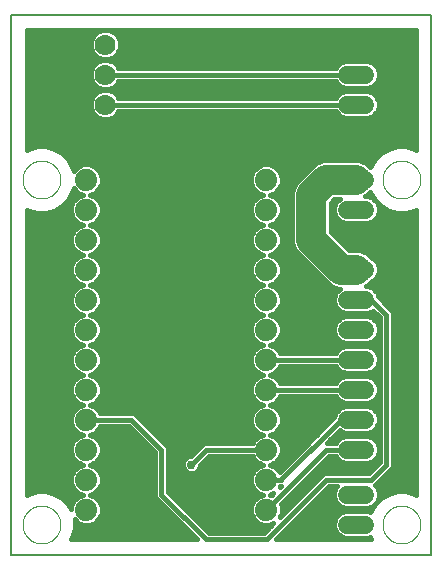
<source format=gtl>
G75*
%MOIN*%
%OFA0B0*%
%FSLAX25Y25*%
%IPPOS*%
%LPD*%
%AMOC8*
5,1,8,0,0,1.08239X$1,22.5*
%
%ADD10C,0.00600*%
%ADD11C,0.00000*%
%ADD12C,0.07400*%
%ADD13C,0.06000*%
%ADD14C,0.07000*%
%ADD15C,0.01600*%
%ADD16C,0.02978*%
%ADD17C,0.10000*%
D10*
X0001800Y0006250D02*
X0001800Y0186250D01*
X0141800Y0186250D01*
X0141800Y0006250D01*
X0001800Y0006250D01*
D11*
X0005500Y0016250D02*
X0005502Y0016408D01*
X0005508Y0016567D01*
X0005518Y0016725D01*
X0005532Y0016882D01*
X0005550Y0017040D01*
X0005571Y0017196D01*
X0005597Y0017353D01*
X0005627Y0017508D01*
X0005660Y0017663D01*
X0005698Y0017817D01*
X0005739Y0017970D01*
X0005784Y0018121D01*
X0005833Y0018272D01*
X0005886Y0018421D01*
X0005942Y0018569D01*
X0006003Y0018716D01*
X0006066Y0018861D01*
X0006134Y0019004D01*
X0006205Y0019145D01*
X0006279Y0019285D01*
X0006357Y0019423D01*
X0006439Y0019559D01*
X0006524Y0019692D01*
X0006612Y0019824D01*
X0006703Y0019953D01*
X0006798Y0020080D01*
X0006896Y0020204D01*
X0006997Y0020326D01*
X0007101Y0020446D01*
X0007207Y0020563D01*
X0007317Y0020677D01*
X0007430Y0020788D01*
X0007545Y0020896D01*
X0007664Y0021002D01*
X0007784Y0021104D01*
X0007907Y0021204D01*
X0008033Y0021300D01*
X0008161Y0021393D01*
X0008292Y0021483D01*
X0008424Y0021569D01*
X0008559Y0021652D01*
X0008696Y0021732D01*
X0008835Y0021808D01*
X0008975Y0021881D01*
X0009118Y0021950D01*
X0009262Y0022016D01*
X0009407Y0022078D01*
X0009555Y0022136D01*
X0009703Y0022191D01*
X0009853Y0022242D01*
X0010004Y0022289D01*
X0010157Y0022332D01*
X0010310Y0022371D01*
X0010464Y0022407D01*
X0010619Y0022438D01*
X0010775Y0022466D01*
X0010932Y0022490D01*
X0011089Y0022510D01*
X0011247Y0022526D01*
X0011404Y0022538D01*
X0011563Y0022546D01*
X0011721Y0022550D01*
X0011879Y0022550D01*
X0012037Y0022546D01*
X0012196Y0022538D01*
X0012353Y0022526D01*
X0012511Y0022510D01*
X0012668Y0022490D01*
X0012825Y0022466D01*
X0012981Y0022438D01*
X0013136Y0022407D01*
X0013290Y0022371D01*
X0013443Y0022332D01*
X0013596Y0022289D01*
X0013747Y0022242D01*
X0013897Y0022191D01*
X0014045Y0022136D01*
X0014193Y0022078D01*
X0014338Y0022016D01*
X0014482Y0021950D01*
X0014625Y0021881D01*
X0014765Y0021808D01*
X0014904Y0021732D01*
X0015041Y0021652D01*
X0015176Y0021569D01*
X0015308Y0021483D01*
X0015439Y0021393D01*
X0015567Y0021300D01*
X0015693Y0021204D01*
X0015816Y0021104D01*
X0015936Y0021002D01*
X0016055Y0020896D01*
X0016170Y0020788D01*
X0016283Y0020677D01*
X0016393Y0020563D01*
X0016499Y0020446D01*
X0016603Y0020326D01*
X0016704Y0020204D01*
X0016802Y0020080D01*
X0016897Y0019953D01*
X0016988Y0019824D01*
X0017076Y0019692D01*
X0017161Y0019559D01*
X0017243Y0019423D01*
X0017321Y0019285D01*
X0017395Y0019145D01*
X0017466Y0019004D01*
X0017534Y0018861D01*
X0017597Y0018716D01*
X0017658Y0018569D01*
X0017714Y0018421D01*
X0017767Y0018272D01*
X0017816Y0018121D01*
X0017861Y0017970D01*
X0017902Y0017817D01*
X0017940Y0017663D01*
X0017973Y0017508D01*
X0018003Y0017353D01*
X0018029Y0017196D01*
X0018050Y0017040D01*
X0018068Y0016882D01*
X0018082Y0016725D01*
X0018092Y0016567D01*
X0018098Y0016408D01*
X0018100Y0016250D01*
X0018098Y0016092D01*
X0018092Y0015933D01*
X0018082Y0015775D01*
X0018068Y0015618D01*
X0018050Y0015460D01*
X0018029Y0015304D01*
X0018003Y0015147D01*
X0017973Y0014992D01*
X0017940Y0014837D01*
X0017902Y0014683D01*
X0017861Y0014530D01*
X0017816Y0014379D01*
X0017767Y0014228D01*
X0017714Y0014079D01*
X0017658Y0013931D01*
X0017597Y0013784D01*
X0017534Y0013639D01*
X0017466Y0013496D01*
X0017395Y0013355D01*
X0017321Y0013215D01*
X0017243Y0013077D01*
X0017161Y0012941D01*
X0017076Y0012808D01*
X0016988Y0012676D01*
X0016897Y0012547D01*
X0016802Y0012420D01*
X0016704Y0012296D01*
X0016603Y0012174D01*
X0016499Y0012054D01*
X0016393Y0011937D01*
X0016283Y0011823D01*
X0016170Y0011712D01*
X0016055Y0011604D01*
X0015936Y0011498D01*
X0015816Y0011396D01*
X0015693Y0011296D01*
X0015567Y0011200D01*
X0015439Y0011107D01*
X0015308Y0011017D01*
X0015176Y0010931D01*
X0015041Y0010848D01*
X0014904Y0010768D01*
X0014765Y0010692D01*
X0014625Y0010619D01*
X0014482Y0010550D01*
X0014338Y0010484D01*
X0014193Y0010422D01*
X0014045Y0010364D01*
X0013897Y0010309D01*
X0013747Y0010258D01*
X0013596Y0010211D01*
X0013443Y0010168D01*
X0013290Y0010129D01*
X0013136Y0010093D01*
X0012981Y0010062D01*
X0012825Y0010034D01*
X0012668Y0010010D01*
X0012511Y0009990D01*
X0012353Y0009974D01*
X0012196Y0009962D01*
X0012037Y0009954D01*
X0011879Y0009950D01*
X0011721Y0009950D01*
X0011563Y0009954D01*
X0011404Y0009962D01*
X0011247Y0009974D01*
X0011089Y0009990D01*
X0010932Y0010010D01*
X0010775Y0010034D01*
X0010619Y0010062D01*
X0010464Y0010093D01*
X0010310Y0010129D01*
X0010157Y0010168D01*
X0010004Y0010211D01*
X0009853Y0010258D01*
X0009703Y0010309D01*
X0009555Y0010364D01*
X0009407Y0010422D01*
X0009262Y0010484D01*
X0009118Y0010550D01*
X0008975Y0010619D01*
X0008835Y0010692D01*
X0008696Y0010768D01*
X0008559Y0010848D01*
X0008424Y0010931D01*
X0008292Y0011017D01*
X0008161Y0011107D01*
X0008033Y0011200D01*
X0007907Y0011296D01*
X0007784Y0011396D01*
X0007664Y0011498D01*
X0007545Y0011604D01*
X0007430Y0011712D01*
X0007317Y0011823D01*
X0007207Y0011937D01*
X0007101Y0012054D01*
X0006997Y0012174D01*
X0006896Y0012296D01*
X0006798Y0012420D01*
X0006703Y0012547D01*
X0006612Y0012676D01*
X0006524Y0012808D01*
X0006439Y0012941D01*
X0006357Y0013077D01*
X0006279Y0013215D01*
X0006205Y0013355D01*
X0006134Y0013496D01*
X0006066Y0013639D01*
X0006003Y0013784D01*
X0005942Y0013931D01*
X0005886Y0014079D01*
X0005833Y0014228D01*
X0005784Y0014379D01*
X0005739Y0014530D01*
X0005698Y0014683D01*
X0005660Y0014837D01*
X0005627Y0014992D01*
X0005597Y0015147D01*
X0005571Y0015304D01*
X0005550Y0015460D01*
X0005532Y0015618D01*
X0005518Y0015775D01*
X0005508Y0015933D01*
X0005502Y0016092D01*
X0005500Y0016250D01*
X0005500Y0131250D02*
X0005502Y0131408D01*
X0005508Y0131567D01*
X0005518Y0131725D01*
X0005532Y0131882D01*
X0005550Y0132040D01*
X0005571Y0132196D01*
X0005597Y0132353D01*
X0005627Y0132508D01*
X0005660Y0132663D01*
X0005698Y0132817D01*
X0005739Y0132970D01*
X0005784Y0133121D01*
X0005833Y0133272D01*
X0005886Y0133421D01*
X0005942Y0133569D01*
X0006003Y0133716D01*
X0006066Y0133861D01*
X0006134Y0134004D01*
X0006205Y0134145D01*
X0006279Y0134285D01*
X0006357Y0134423D01*
X0006439Y0134559D01*
X0006524Y0134692D01*
X0006612Y0134824D01*
X0006703Y0134953D01*
X0006798Y0135080D01*
X0006896Y0135204D01*
X0006997Y0135326D01*
X0007101Y0135446D01*
X0007207Y0135563D01*
X0007317Y0135677D01*
X0007430Y0135788D01*
X0007545Y0135896D01*
X0007664Y0136002D01*
X0007784Y0136104D01*
X0007907Y0136204D01*
X0008033Y0136300D01*
X0008161Y0136393D01*
X0008292Y0136483D01*
X0008424Y0136569D01*
X0008559Y0136652D01*
X0008696Y0136732D01*
X0008835Y0136808D01*
X0008975Y0136881D01*
X0009118Y0136950D01*
X0009262Y0137016D01*
X0009407Y0137078D01*
X0009555Y0137136D01*
X0009703Y0137191D01*
X0009853Y0137242D01*
X0010004Y0137289D01*
X0010157Y0137332D01*
X0010310Y0137371D01*
X0010464Y0137407D01*
X0010619Y0137438D01*
X0010775Y0137466D01*
X0010932Y0137490D01*
X0011089Y0137510D01*
X0011247Y0137526D01*
X0011404Y0137538D01*
X0011563Y0137546D01*
X0011721Y0137550D01*
X0011879Y0137550D01*
X0012037Y0137546D01*
X0012196Y0137538D01*
X0012353Y0137526D01*
X0012511Y0137510D01*
X0012668Y0137490D01*
X0012825Y0137466D01*
X0012981Y0137438D01*
X0013136Y0137407D01*
X0013290Y0137371D01*
X0013443Y0137332D01*
X0013596Y0137289D01*
X0013747Y0137242D01*
X0013897Y0137191D01*
X0014045Y0137136D01*
X0014193Y0137078D01*
X0014338Y0137016D01*
X0014482Y0136950D01*
X0014625Y0136881D01*
X0014765Y0136808D01*
X0014904Y0136732D01*
X0015041Y0136652D01*
X0015176Y0136569D01*
X0015308Y0136483D01*
X0015439Y0136393D01*
X0015567Y0136300D01*
X0015693Y0136204D01*
X0015816Y0136104D01*
X0015936Y0136002D01*
X0016055Y0135896D01*
X0016170Y0135788D01*
X0016283Y0135677D01*
X0016393Y0135563D01*
X0016499Y0135446D01*
X0016603Y0135326D01*
X0016704Y0135204D01*
X0016802Y0135080D01*
X0016897Y0134953D01*
X0016988Y0134824D01*
X0017076Y0134692D01*
X0017161Y0134559D01*
X0017243Y0134423D01*
X0017321Y0134285D01*
X0017395Y0134145D01*
X0017466Y0134004D01*
X0017534Y0133861D01*
X0017597Y0133716D01*
X0017658Y0133569D01*
X0017714Y0133421D01*
X0017767Y0133272D01*
X0017816Y0133121D01*
X0017861Y0132970D01*
X0017902Y0132817D01*
X0017940Y0132663D01*
X0017973Y0132508D01*
X0018003Y0132353D01*
X0018029Y0132196D01*
X0018050Y0132040D01*
X0018068Y0131882D01*
X0018082Y0131725D01*
X0018092Y0131567D01*
X0018098Y0131408D01*
X0018100Y0131250D01*
X0018098Y0131092D01*
X0018092Y0130933D01*
X0018082Y0130775D01*
X0018068Y0130618D01*
X0018050Y0130460D01*
X0018029Y0130304D01*
X0018003Y0130147D01*
X0017973Y0129992D01*
X0017940Y0129837D01*
X0017902Y0129683D01*
X0017861Y0129530D01*
X0017816Y0129379D01*
X0017767Y0129228D01*
X0017714Y0129079D01*
X0017658Y0128931D01*
X0017597Y0128784D01*
X0017534Y0128639D01*
X0017466Y0128496D01*
X0017395Y0128355D01*
X0017321Y0128215D01*
X0017243Y0128077D01*
X0017161Y0127941D01*
X0017076Y0127808D01*
X0016988Y0127676D01*
X0016897Y0127547D01*
X0016802Y0127420D01*
X0016704Y0127296D01*
X0016603Y0127174D01*
X0016499Y0127054D01*
X0016393Y0126937D01*
X0016283Y0126823D01*
X0016170Y0126712D01*
X0016055Y0126604D01*
X0015936Y0126498D01*
X0015816Y0126396D01*
X0015693Y0126296D01*
X0015567Y0126200D01*
X0015439Y0126107D01*
X0015308Y0126017D01*
X0015176Y0125931D01*
X0015041Y0125848D01*
X0014904Y0125768D01*
X0014765Y0125692D01*
X0014625Y0125619D01*
X0014482Y0125550D01*
X0014338Y0125484D01*
X0014193Y0125422D01*
X0014045Y0125364D01*
X0013897Y0125309D01*
X0013747Y0125258D01*
X0013596Y0125211D01*
X0013443Y0125168D01*
X0013290Y0125129D01*
X0013136Y0125093D01*
X0012981Y0125062D01*
X0012825Y0125034D01*
X0012668Y0125010D01*
X0012511Y0124990D01*
X0012353Y0124974D01*
X0012196Y0124962D01*
X0012037Y0124954D01*
X0011879Y0124950D01*
X0011721Y0124950D01*
X0011563Y0124954D01*
X0011404Y0124962D01*
X0011247Y0124974D01*
X0011089Y0124990D01*
X0010932Y0125010D01*
X0010775Y0125034D01*
X0010619Y0125062D01*
X0010464Y0125093D01*
X0010310Y0125129D01*
X0010157Y0125168D01*
X0010004Y0125211D01*
X0009853Y0125258D01*
X0009703Y0125309D01*
X0009555Y0125364D01*
X0009407Y0125422D01*
X0009262Y0125484D01*
X0009118Y0125550D01*
X0008975Y0125619D01*
X0008835Y0125692D01*
X0008696Y0125768D01*
X0008559Y0125848D01*
X0008424Y0125931D01*
X0008292Y0126017D01*
X0008161Y0126107D01*
X0008033Y0126200D01*
X0007907Y0126296D01*
X0007784Y0126396D01*
X0007664Y0126498D01*
X0007545Y0126604D01*
X0007430Y0126712D01*
X0007317Y0126823D01*
X0007207Y0126937D01*
X0007101Y0127054D01*
X0006997Y0127174D01*
X0006896Y0127296D01*
X0006798Y0127420D01*
X0006703Y0127547D01*
X0006612Y0127676D01*
X0006524Y0127808D01*
X0006439Y0127941D01*
X0006357Y0128077D01*
X0006279Y0128215D01*
X0006205Y0128355D01*
X0006134Y0128496D01*
X0006066Y0128639D01*
X0006003Y0128784D01*
X0005942Y0128931D01*
X0005886Y0129079D01*
X0005833Y0129228D01*
X0005784Y0129379D01*
X0005739Y0129530D01*
X0005698Y0129683D01*
X0005660Y0129837D01*
X0005627Y0129992D01*
X0005597Y0130147D01*
X0005571Y0130304D01*
X0005550Y0130460D01*
X0005532Y0130618D01*
X0005518Y0130775D01*
X0005508Y0130933D01*
X0005502Y0131092D01*
X0005500Y0131250D01*
X0125500Y0131250D02*
X0125502Y0131408D01*
X0125508Y0131567D01*
X0125518Y0131725D01*
X0125532Y0131882D01*
X0125550Y0132040D01*
X0125571Y0132196D01*
X0125597Y0132353D01*
X0125627Y0132508D01*
X0125660Y0132663D01*
X0125698Y0132817D01*
X0125739Y0132970D01*
X0125784Y0133121D01*
X0125833Y0133272D01*
X0125886Y0133421D01*
X0125942Y0133569D01*
X0126003Y0133716D01*
X0126066Y0133861D01*
X0126134Y0134004D01*
X0126205Y0134145D01*
X0126279Y0134285D01*
X0126357Y0134423D01*
X0126439Y0134559D01*
X0126524Y0134692D01*
X0126612Y0134824D01*
X0126703Y0134953D01*
X0126798Y0135080D01*
X0126896Y0135204D01*
X0126997Y0135326D01*
X0127101Y0135446D01*
X0127207Y0135563D01*
X0127317Y0135677D01*
X0127430Y0135788D01*
X0127545Y0135896D01*
X0127664Y0136002D01*
X0127784Y0136104D01*
X0127907Y0136204D01*
X0128033Y0136300D01*
X0128161Y0136393D01*
X0128292Y0136483D01*
X0128424Y0136569D01*
X0128559Y0136652D01*
X0128696Y0136732D01*
X0128835Y0136808D01*
X0128975Y0136881D01*
X0129118Y0136950D01*
X0129262Y0137016D01*
X0129407Y0137078D01*
X0129555Y0137136D01*
X0129703Y0137191D01*
X0129853Y0137242D01*
X0130004Y0137289D01*
X0130157Y0137332D01*
X0130310Y0137371D01*
X0130464Y0137407D01*
X0130619Y0137438D01*
X0130775Y0137466D01*
X0130932Y0137490D01*
X0131089Y0137510D01*
X0131247Y0137526D01*
X0131404Y0137538D01*
X0131563Y0137546D01*
X0131721Y0137550D01*
X0131879Y0137550D01*
X0132037Y0137546D01*
X0132196Y0137538D01*
X0132353Y0137526D01*
X0132511Y0137510D01*
X0132668Y0137490D01*
X0132825Y0137466D01*
X0132981Y0137438D01*
X0133136Y0137407D01*
X0133290Y0137371D01*
X0133443Y0137332D01*
X0133596Y0137289D01*
X0133747Y0137242D01*
X0133897Y0137191D01*
X0134045Y0137136D01*
X0134193Y0137078D01*
X0134338Y0137016D01*
X0134482Y0136950D01*
X0134625Y0136881D01*
X0134765Y0136808D01*
X0134904Y0136732D01*
X0135041Y0136652D01*
X0135176Y0136569D01*
X0135308Y0136483D01*
X0135439Y0136393D01*
X0135567Y0136300D01*
X0135693Y0136204D01*
X0135816Y0136104D01*
X0135936Y0136002D01*
X0136055Y0135896D01*
X0136170Y0135788D01*
X0136283Y0135677D01*
X0136393Y0135563D01*
X0136499Y0135446D01*
X0136603Y0135326D01*
X0136704Y0135204D01*
X0136802Y0135080D01*
X0136897Y0134953D01*
X0136988Y0134824D01*
X0137076Y0134692D01*
X0137161Y0134559D01*
X0137243Y0134423D01*
X0137321Y0134285D01*
X0137395Y0134145D01*
X0137466Y0134004D01*
X0137534Y0133861D01*
X0137597Y0133716D01*
X0137658Y0133569D01*
X0137714Y0133421D01*
X0137767Y0133272D01*
X0137816Y0133121D01*
X0137861Y0132970D01*
X0137902Y0132817D01*
X0137940Y0132663D01*
X0137973Y0132508D01*
X0138003Y0132353D01*
X0138029Y0132196D01*
X0138050Y0132040D01*
X0138068Y0131882D01*
X0138082Y0131725D01*
X0138092Y0131567D01*
X0138098Y0131408D01*
X0138100Y0131250D01*
X0138098Y0131092D01*
X0138092Y0130933D01*
X0138082Y0130775D01*
X0138068Y0130618D01*
X0138050Y0130460D01*
X0138029Y0130304D01*
X0138003Y0130147D01*
X0137973Y0129992D01*
X0137940Y0129837D01*
X0137902Y0129683D01*
X0137861Y0129530D01*
X0137816Y0129379D01*
X0137767Y0129228D01*
X0137714Y0129079D01*
X0137658Y0128931D01*
X0137597Y0128784D01*
X0137534Y0128639D01*
X0137466Y0128496D01*
X0137395Y0128355D01*
X0137321Y0128215D01*
X0137243Y0128077D01*
X0137161Y0127941D01*
X0137076Y0127808D01*
X0136988Y0127676D01*
X0136897Y0127547D01*
X0136802Y0127420D01*
X0136704Y0127296D01*
X0136603Y0127174D01*
X0136499Y0127054D01*
X0136393Y0126937D01*
X0136283Y0126823D01*
X0136170Y0126712D01*
X0136055Y0126604D01*
X0135936Y0126498D01*
X0135816Y0126396D01*
X0135693Y0126296D01*
X0135567Y0126200D01*
X0135439Y0126107D01*
X0135308Y0126017D01*
X0135176Y0125931D01*
X0135041Y0125848D01*
X0134904Y0125768D01*
X0134765Y0125692D01*
X0134625Y0125619D01*
X0134482Y0125550D01*
X0134338Y0125484D01*
X0134193Y0125422D01*
X0134045Y0125364D01*
X0133897Y0125309D01*
X0133747Y0125258D01*
X0133596Y0125211D01*
X0133443Y0125168D01*
X0133290Y0125129D01*
X0133136Y0125093D01*
X0132981Y0125062D01*
X0132825Y0125034D01*
X0132668Y0125010D01*
X0132511Y0124990D01*
X0132353Y0124974D01*
X0132196Y0124962D01*
X0132037Y0124954D01*
X0131879Y0124950D01*
X0131721Y0124950D01*
X0131563Y0124954D01*
X0131404Y0124962D01*
X0131247Y0124974D01*
X0131089Y0124990D01*
X0130932Y0125010D01*
X0130775Y0125034D01*
X0130619Y0125062D01*
X0130464Y0125093D01*
X0130310Y0125129D01*
X0130157Y0125168D01*
X0130004Y0125211D01*
X0129853Y0125258D01*
X0129703Y0125309D01*
X0129555Y0125364D01*
X0129407Y0125422D01*
X0129262Y0125484D01*
X0129118Y0125550D01*
X0128975Y0125619D01*
X0128835Y0125692D01*
X0128696Y0125768D01*
X0128559Y0125848D01*
X0128424Y0125931D01*
X0128292Y0126017D01*
X0128161Y0126107D01*
X0128033Y0126200D01*
X0127907Y0126296D01*
X0127784Y0126396D01*
X0127664Y0126498D01*
X0127545Y0126604D01*
X0127430Y0126712D01*
X0127317Y0126823D01*
X0127207Y0126937D01*
X0127101Y0127054D01*
X0126997Y0127174D01*
X0126896Y0127296D01*
X0126798Y0127420D01*
X0126703Y0127547D01*
X0126612Y0127676D01*
X0126524Y0127808D01*
X0126439Y0127941D01*
X0126357Y0128077D01*
X0126279Y0128215D01*
X0126205Y0128355D01*
X0126134Y0128496D01*
X0126066Y0128639D01*
X0126003Y0128784D01*
X0125942Y0128931D01*
X0125886Y0129079D01*
X0125833Y0129228D01*
X0125784Y0129379D01*
X0125739Y0129530D01*
X0125698Y0129683D01*
X0125660Y0129837D01*
X0125627Y0129992D01*
X0125597Y0130147D01*
X0125571Y0130304D01*
X0125550Y0130460D01*
X0125532Y0130618D01*
X0125518Y0130775D01*
X0125508Y0130933D01*
X0125502Y0131092D01*
X0125500Y0131250D01*
X0125500Y0016250D02*
X0125502Y0016408D01*
X0125508Y0016567D01*
X0125518Y0016725D01*
X0125532Y0016882D01*
X0125550Y0017040D01*
X0125571Y0017196D01*
X0125597Y0017353D01*
X0125627Y0017508D01*
X0125660Y0017663D01*
X0125698Y0017817D01*
X0125739Y0017970D01*
X0125784Y0018121D01*
X0125833Y0018272D01*
X0125886Y0018421D01*
X0125942Y0018569D01*
X0126003Y0018716D01*
X0126066Y0018861D01*
X0126134Y0019004D01*
X0126205Y0019145D01*
X0126279Y0019285D01*
X0126357Y0019423D01*
X0126439Y0019559D01*
X0126524Y0019692D01*
X0126612Y0019824D01*
X0126703Y0019953D01*
X0126798Y0020080D01*
X0126896Y0020204D01*
X0126997Y0020326D01*
X0127101Y0020446D01*
X0127207Y0020563D01*
X0127317Y0020677D01*
X0127430Y0020788D01*
X0127545Y0020896D01*
X0127664Y0021002D01*
X0127784Y0021104D01*
X0127907Y0021204D01*
X0128033Y0021300D01*
X0128161Y0021393D01*
X0128292Y0021483D01*
X0128424Y0021569D01*
X0128559Y0021652D01*
X0128696Y0021732D01*
X0128835Y0021808D01*
X0128975Y0021881D01*
X0129118Y0021950D01*
X0129262Y0022016D01*
X0129407Y0022078D01*
X0129555Y0022136D01*
X0129703Y0022191D01*
X0129853Y0022242D01*
X0130004Y0022289D01*
X0130157Y0022332D01*
X0130310Y0022371D01*
X0130464Y0022407D01*
X0130619Y0022438D01*
X0130775Y0022466D01*
X0130932Y0022490D01*
X0131089Y0022510D01*
X0131247Y0022526D01*
X0131404Y0022538D01*
X0131563Y0022546D01*
X0131721Y0022550D01*
X0131879Y0022550D01*
X0132037Y0022546D01*
X0132196Y0022538D01*
X0132353Y0022526D01*
X0132511Y0022510D01*
X0132668Y0022490D01*
X0132825Y0022466D01*
X0132981Y0022438D01*
X0133136Y0022407D01*
X0133290Y0022371D01*
X0133443Y0022332D01*
X0133596Y0022289D01*
X0133747Y0022242D01*
X0133897Y0022191D01*
X0134045Y0022136D01*
X0134193Y0022078D01*
X0134338Y0022016D01*
X0134482Y0021950D01*
X0134625Y0021881D01*
X0134765Y0021808D01*
X0134904Y0021732D01*
X0135041Y0021652D01*
X0135176Y0021569D01*
X0135308Y0021483D01*
X0135439Y0021393D01*
X0135567Y0021300D01*
X0135693Y0021204D01*
X0135816Y0021104D01*
X0135936Y0021002D01*
X0136055Y0020896D01*
X0136170Y0020788D01*
X0136283Y0020677D01*
X0136393Y0020563D01*
X0136499Y0020446D01*
X0136603Y0020326D01*
X0136704Y0020204D01*
X0136802Y0020080D01*
X0136897Y0019953D01*
X0136988Y0019824D01*
X0137076Y0019692D01*
X0137161Y0019559D01*
X0137243Y0019423D01*
X0137321Y0019285D01*
X0137395Y0019145D01*
X0137466Y0019004D01*
X0137534Y0018861D01*
X0137597Y0018716D01*
X0137658Y0018569D01*
X0137714Y0018421D01*
X0137767Y0018272D01*
X0137816Y0018121D01*
X0137861Y0017970D01*
X0137902Y0017817D01*
X0137940Y0017663D01*
X0137973Y0017508D01*
X0138003Y0017353D01*
X0138029Y0017196D01*
X0138050Y0017040D01*
X0138068Y0016882D01*
X0138082Y0016725D01*
X0138092Y0016567D01*
X0138098Y0016408D01*
X0138100Y0016250D01*
X0138098Y0016092D01*
X0138092Y0015933D01*
X0138082Y0015775D01*
X0138068Y0015618D01*
X0138050Y0015460D01*
X0138029Y0015304D01*
X0138003Y0015147D01*
X0137973Y0014992D01*
X0137940Y0014837D01*
X0137902Y0014683D01*
X0137861Y0014530D01*
X0137816Y0014379D01*
X0137767Y0014228D01*
X0137714Y0014079D01*
X0137658Y0013931D01*
X0137597Y0013784D01*
X0137534Y0013639D01*
X0137466Y0013496D01*
X0137395Y0013355D01*
X0137321Y0013215D01*
X0137243Y0013077D01*
X0137161Y0012941D01*
X0137076Y0012808D01*
X0136988Y0012676D01*
X0136897Y0012547D01*
X0136802Y0012420D01*
X0136704Y0012296D01*
X0136603Y0012174D01*
X0136499Y0012054D01*
X0136393Y0011937D01*
X0136283Y0011823D01*
X0136170Y0011712D01*
X0136055Y0011604D01*
X0135936Y0011498D01*
X0135816Y0011396D01*
X0135693Y0011296D01*
X0135567Y0011200D01*
X0135439Y0011107D01*
X0135308Y0011017D01*
X0135176Y0010931D01*
X0135041Y0010848D01*
X0134904Y0010768D01*
X0134765Y0010692D01*
X0134625Y0010619D01*
X0134482Y0010550D01*
X0134338Y0010484D01*
X0134193Y0010422D01*
X0134045Y0010364D01*
X0133897Y0010309D01*
X0133747Y0010258D01*
X0133596Y0010211D01*
X0133443Y0010168D01*
X0133290Y0010129D01*
X0133136Y0010093D01*
X0132981Y0010062D01*
X0132825Y0010034D01*
X0132668Y0010010D01*
X0132511Y0009990D01*
X0132353Y0009974D01*
X0132196Y0009962D01*
X0132037Y0009954D01*
X0131879Y0009950D01*
X0131721Y0009950D01*
X0131563Y0009954D01*
X0131404Y0009962D01*
X0131247Y0009974D01*
X0131089Y0009990D01*
X0130932Y0010010D01*
X0130775Y0010034D01*
X0130619Y0010062D01*
X0130464Y0010093D01*
X0130310Y0010129D01*
X0130157Y0010168D01*
X0130004Y0010211D01*
X0129853Y0010258D01*
X0129703Y0010309D01*
X0129555Y0010364D01*
X0129407Y0010422D01*
X0129262Y0010484D01*
X0129118Y0010550D01*
X0128975Y0010619D01*
X0128835Y0010692D01*
X0128696Y0010768D01*
X0128559Y0010848D01*
X0128424Y0010931D01*
X0128292Y0011017D01*
X0128161Y0011107D01*
X0128033Y0011200D01*
X0127907Y0011296D01*
X0127784Y0011396D01*
X0127664Y0011498D01*
X0127545Y0011604D01*
X0127430Y0011712D01*
X0127317Y0011823D01*
X0127207Y0011937D01*
X0127101Y0012054D01*
X0126997Y0012174D01*
X0126896Y0012296D01*
X0126798Y0012420D01*
X0126703Y0012547D01*
X0126612Y0012676D01*
X0126524Y0012808D01*
X0126439Y0012941D01*
X0126357Y0013077D01*
X0126279Y0013215D01*
X0126205Y0013355D01*
X0126134Y0013496D01*
X0126066Y0013639D01*
X0126003Y0013784D01*
X0125942Y0013931D01*
X0125886Y0014079D01*
X0125833Y0014228D01*
X0125784Y0014379D01*
X0125739Y0014530D01*
X0125698Y0014683D01*
X0125660Y0014837D01*
X0125627Y0014992D01*
X0125597Y0015147D01*
X0125571Y0015304D01*
X0125550Y0015460D01*
X0125532Y0015618D01*
X0125518Y0015775D01*
X0125508Y0015933D01*
X0125502Y0016092D01*
X0125500Y0016250D01*
D12*
X0086800Y0021250D03*
X0086800Y0031250D03*
X0086800Y0041250D03*
X0086800Y0051250D03*
X0086800Y0061250D03*
X0086800Y0071250D03*
X0086800Y0081250D03*
X0086800Y0091250D03*
X0086800Y0101250D03*
X0086800Y0111250D03*
X0086800Y0121250D03*
X0086800Y0131250D03*
X0026800Y0131250D03*
X0026800Y0121250D03*
X0026800Y0111250D03*
X0026800Y0101250D03*
X0026800Y0091250D03*
X0026800Y0081250D03*
X0026800Y0071250D03*
X0026800Y0061250D03*
X0026800Y0051250D03*
X0026800Y0041250D03*
X0026800Y0031250D03*
X0026800Y0021250D03*
D13*
X0113800Y0016250D02*
X0119800Y0016250D01*
X0119800Y0026250D02*
X0113800Y0026250D01*
X0113800Y0041250D02*
X0119800Y0041250D01*
X0119800Y0051250D02*
X0113800Y0051250D01*
X0113800Y0061250D02*
X0119800Y0061250D01*
X0119800Y0071250D02*
X0113800Y0071250D01*
X0113800Y0081250D02*
X0119800Y0081250D01*
X0119800Y0091250D02*
X0113800Y0091250D01*
X0113800Y0101250D02*
X0119800Y0101250D01*
X0119800Y0121250D02*
X0113800Y0121250D01*
X0113800Y0131250D02*
X0119800Y0131250D01*
X0119800Y0156250D02*
X0113800Y0156250D01*
X0113800Y0166250D02*
X0119800Y0166250D01*
D14*
X0033050Y0166250D03*
X0033050Y0156250D03*
X0033050Y0176250D03*
D15*
X0036225Y0172495D02*
X0136700Y0172495D01*
X0136700Y0170897D02*
X0034636Y0170897D01*
X0034025Y0171150D02*
X0035826Y0170404D01*
X0037204Y0169026D01*
X0037442Y0168450D01*
X0109949Y0168450D01*
X0110070Y0168742D01*
X0111308Y0169980D01*
X0112925Y0170650D01*
X0120675Y0170650D01*
X0122292Y0169980D01*
X0123530Y0168742D01*
X0124200Y0167125D01*
X0124200Y0165375D01*
X0123530Y0163758D01*
X0122292Y0162520D01*
X0120675Y0161850D01*
X0112925Y0161850D01*
X0111308Y0162520D01*
X0110070Y0163758D01*
X0109949Y0164050D01*
X0037442Y0164050D01*
X0037204Y0163474D01*
X0035826Y0162096D01*
X0034025Y0161350D01*
X0032075Y0161350D01*
X0030274Y0162096D01*
X0028896Y0163474D01*
X0028150Y0165275D01*
X0028150Y0167225D01*
X0028896Y0169026D01*
X0030274Y0170404D01*
X0032075Y0171150D01*
X0034025Y0171150D01*
X0034025Y0171350D02*
X0035826Y0172096D01*
X0037204Y0173474D01*
X0037950Y0175275D01*
X0037950Y0177225D01*
X0037204Y0179026D01*
X0035826Y0180404D01*
X0034025Y0181150D01*
X0032075Y0181150D01*
X0030274Y0180404D01*
X0028896Y0179026D01*
X0028150Y0177225D01*
X0028150Y0175275D01*
X0028896Y0173474D01*
X0030274Y0172096D01*
X0032075Y0171350D01*
X0034025Y0171350D01*
X0031464Y0170897D02*
X0006900Y0170897D01*
X0006900Y0172495D02*
X0029875Y0172495D01*
X0028639Y0174094D02*
X0006900Y0174094D01*
X0006900Y0175692D02*
X0028150Y0175692D01*
X0028177Y0177291D02*
X0006900Y0177291D01*
X0006900Y0178889D02*
X0028839Y0178889D01*
X0030477Y0180488D02*
X0006900Y0180488D01*
X0006900Y0181150D02*
X0136700Y0181150D01*
X0136700Y0141238D01*
X0136084Y0141594D01*
X0133261Y0142350D01*
X0130339Y0142350D01*
X0127516Y0141594D01*
X0124984Y0140132D01*
X0122918Y0138066D01*
X0121456Y0135534D01*
X0121416Y0135385D01*
X0120125Y0136676D01*
X0117773Y0137650D01*
X0105527Y0137650D01*
X0103175Y0136676D01*
X0101374Y0134875D01*
X0096374Y0129875D01*
X0095400Y0127523D01*
X0095400Y0109977D01*
X0096374Y0107625D01*
X0098175Y0105824D01*
X0108175Y0095824D01*
X0110527Y0094850D01*
X0111177Y0094850D01*
X0110070Y0093742D01*
X0109400Y0092125D01*
X0109400Y0090375D01*
X0110070Y0088758D01*
X0111308Y0087520D01*
X0112925Y0086850D01*
X0120675Y0086850D01*
X0122292Y0087520D01*
X0122356Y0087583D01*
X0124600Y0085339D01*
X0124600Y0037161D01*
X0120889Y0033450D01*
X0105889Y0033450D01*
X0091352Y0018914D01*
X0091900Y0020236D01*
X0091900Y0022264D01*
X0091615Y0022953D01*
X0107711Y0039050D01*
X0109949Y0039050D01*
X0110070Y0038758D01*
X0111308Y0037520D01*
X0112925Y0036850D01*
X0120675Y0036850D01*
X0122292Y0037520D01*
X0123530Y0038758D01*
X0124200Y0040375D01*
X0124200Y0042125D01*
X0123530Y0043742D01*
X0122292Y0044980D01*
X0120675Y0045650D01*
X0112925Y0045650D01*
X0111308Y0044980D01*
X0110070Y0043742D01*
X0109949Y0043450D01*
X0106974Y0043450D01*
X0111176Y0047652D01*
X0111308Y0047520D01*
X0112925Y0046850D01*
X0120675Y0046850D01*
X0122292Y0047520D01*
X0123530Y0048758D01*
X0124200Y0050375D01*
X0124200Y0052125D01*
X0123530Y0053742D01*
X0122292Y0054980D01*
X0120675Y0055650D01*
X0112925Y0055650D01*
X0111308Y0054980D01*
X0110070Y0053742D01*
X0109400Y0052125D01*
X0109400Y0052098D01*
X0091216Y0033915D01*
X0091124Y0034139D01*
X0089689Y0035574D01*
X0088056Y0036250D01*
X0089689Y0036926D01*
X0091124Y0038361D01*
X0091900Y0040236D01*
X0091900Y0042264D01*
X0091124Y0044139D01*
X0089689Y0045574D01*
X0088056Y0046250D01*
X0089689Y0046926D01*
X0091124Y0048361D01*
X0091900Y0050236D01*
X0091900Y0052264D01*
X0091124Y0054139D01*
X0089689Y0055574D01*
X0088056Y0056250D01*
X0089689Y0056926D01*
X0091124Y0058361D01*
X0091409Y0059050D01*
X0109949Y0059050D01*
X0110070Y0058758D01*
X0111308Y0057520D01*
X0112925Y0056850D01*
X0120675Y0056850D01*
X0122292Y0057520D01*
X0123530Y0058758D01*
X0124200Y0060375D01*
X0124200Y0062125D01*
X0123530Y0063742D01*
X0122292Y0064980D01*
X0120675Y0065650D01*
X0112925Y0065650D01*
X0111308Y0064980D01*
X0110070Y0063742D01*
X0109949Y0063450D01*
X0091409Y0063450D01*
X0091124Y0064139D01*
X0089689Y0065574D01*
X0088056Y0066250D01*
X0089689Y0066926D01*
X0091124Y0068361D01*
X0091409Y0069050D01*
X0109949Y0069050D01*
X0110070Y0068758D01*
X0111308Y0067520D01*
X0112925Y0066850D01*
X0120675Y0066850D01*
X0122292Y0067520D01*
X0123530Y0068758D01*
X0124200Y0070375D01*
X0124200Y0072125D01*
X0123530Y0073742D01*
X0122292Y0074980D01*
X0120675Y0075650D01*
X0112925Y0075650D01*
X0111308Y0074980D01*
X0110070Y0073742D01*
X0109949Y0073450D01*
X0091409Y0073450D01*
X0091124Y0074139D01*
X0089689Y0075574D01*
X0088056Y0076250D01*
X0089689Y0076926D01*
X0091124Y0078361D01*
X0091900Y0080236D01*
X0091900Y0082264D01*
X0091124Y0084139D01*
X0089689Y0085574D01*
X0088056Y0086250D01*
X0089689Y0086926D01*
X0091124Y0088361D01*
X0091900Y0090236D01*
X0091900Y0092264D01*
X0091124Y0094139D01*
X0089689Y0095574D01*
X0088056Y0096250D01*
X0089689Y0096926D01*
X0091124Y0098361D01*
X0091900Y0100236D01*
X0091900Y0102264D01*
X0091124Y0104139D01*
X0089689Y0105574D01*
X0088056Y0106250D01*
X0089689Y0106926D01*
X0091124Y0108361D01*
X0091900Y0110236D01*
X0091900Y0112264D01*
X0091124Y0114139D01*
X0089689Y0115574D01*
X0088056Y0116250D01*
X0089689Y0116926D01*
X0091124Y0118361D01*
X0091900Y0120236D01*
X0091900Y0122264D01*
X0091124Y0124139D01*
X0089689Y0125574D01*
X0088056Y0126250D01*
X0089689Y0126926D01*
X0091124Y0128361D01*
X0091900Y0130236D01*
X0091900Y0132264D01*
X0091124Y0134139D01*
X0089689Y0135574D01*
X0087814Y0136350D01*
X0085786Y0136350D01*
X0083911Y0135574D01*
X0082476Y0134139D01*
X0081700Y0132264D01*
X0081700Y0130236D01*
X0082476Y0128361D01*
X0083911Y0126926D01*
X0085544Y0126250D01*
X0083911Y0125574D01*
X0082476Y0124139D01*
X0081700Y0122264D01*
X0081700Y0120236D01*
X0082476Y0118361D01*
X0083911Y0116926D01*
X0085544Y0116250D01*
X0083911Y0115574D01*
X0082476Y0114139D01*
X0081700Y0112264D01*
X0081700Y0110236D01*
X0082476Y0108361D01*
X0083911Y0106926D01*
X0085544Y0106250D01*
X0083911Y0105574D01*
X0082476Y0104139D01*
X0081700Y0102264D01*
X0081700Y0100236D01*
X0082476Y0098361D01*
X0083911Y0096926D01*
X0085544Y0096250D01*
X0083911Y0095574D01*
X0082476Y0094139D01*
X0081700Y0092264D01*
X0081700Y0090236D01*
X0082476Y0088361D01*
X0083911Y0086926D01*
X0085544Y0086250D01*
X0083911Y0085574D01*
X0082476Y0084139D01*
X0081700Y0082264D01*
X0081700Y0080236D01*
X0082476Y0078361D01*
X0083911Y0076926D01*
X0085544Y0076250D01*
X0083911Y0075574D01*
X0082476Y0074139D01*
X0081700Y0072264D01*
X0081700Y0070236D01*
X0082476Y0068361D01*
X0083911Y0066926D01*
X0085544Y0066250D01*
X0083911Y0065574D01*
X0082476Y0064139D01*
X0081700Y0062264D01*
X0081700Y0060236D01*
X0082476Y0058361D01*
X0083911Y0056926D01*
X0085544Y0056250D01*
X0083911Y0055574D01*
X0082476Y0054139D01*
X0081700Y0052264D01*
X0081700Y0050236D01*
X0082476Y0048361D01*
X0083911Y0046926D01*
X0085544Y0046250D01*
X0083911Y0045574D01*
X0082476Y0044139D01*
X0082191Y0043450D01*
X0065889Y0043450D01*
X0061578Y0039139D01*
X0061225Y0039139D01*
X0060164Y0038699D01*
X0059351Y0037886D01*
X0058911Y0036825D01*
X0058911Y0035675D01*
X0059351Y0034614D01*
X0060164Y0033801D01*
X0061225Y0033361D01*
X0062375Y0033361D01*
X0063436Y0033801D01*
X0064249Y0034614D01*
X0064689Y0035675D01*
X0064689Y0036028D01*
X0067711Y0039050D01*
X0082191Y0039050D01*
X0082476Y0038361D01*
X0083911Y0036926D01*
X0085544Y0036250D01*
X0083911Y0035574D01*
X0082476Y0034139D01*
X0081700Y0032264D01*
X0081700Y0030236D01*
X0082476Y0028361D01*
X0083911Y0026926D01*
X0085544Y0026250D01*
X0083911Y0025574D01*
X0082476Y0024139D01*
X0081700Y0022264D01*
X0081700Y0020236D01*
X0082476Y0018361D01*
X0083911Y0016926D01*
X0085786Y0016150D01*
X0087814Y0016150D01*
X0089136Y0016698D01*
X0085989Y0013550D01*
X0067611Y0013550D01*
X0054000Y0027161D01*
X0054000Y0042161D01*
X0042711Y0053450D01*
X0031409Y0053450D01*
X0031124Y0054139D01*
X0029689Y0055574D01*
X0028056Y0056250D01*
X0029689Y0056926D01*
X0031124Y0058361D01*
X0031900Y0060236D01*
X0031900Y0062264D01*
X0031124Y0064139D01*
X0029689Y0065574D01*
X0028056Y0066250D01*
X0029689Y0066926D01*
X0031124Y0068361D01*
X0031900Y0070236D01*
X0031900Y0072264D01*
X0031124Y0074139D01*
X0029689Y0075574D01*
X0028056Y0076250D01*
X0029689Y0076926D01*
X0031124Y0078361D01*
X0031900Y0080236D01*
X0031900Y0082264D01*
X0031124Y0084139D01*
X0029689Y0085574D01*
X0028056Y0086250D01*
X0029689Y0086926D01*
X0031124Y0088361D01*
X0031900Y0090236D01*
X0031900Y0092264D01*
X0031124Y0094139D01*
X0029689Y0095574D01*
X0028056Y0096250D01*
X0029689Y0096926D01*
X0031124Y0098361D01*
X0031900Y0100236D01*
X0031900Y0102264D01*
X0031124Y0104139D01*
X0029689Y0105574D01*
X0028056Y0106250D01*
X0029689Y0106926D01*
X0031124Y0108361D01*
X0031900Y0110236D01*
X0031900Y0112264D01*
X0031124Y0114139D01*
X0029689Y0115574D01*
X0028056Y0116250D01*
X0029689Y0116926D01*
X0031124Y0118361D01*
X0031900Y0120236D01*
X0031900Y0122264D01*
X0031124Y0124139D01*
X0029689Y0125574D01*
X0028056Y0126250D01*
X0029689Y0126926D01*
X0031124Y0128361D01*
X0031900Y0130236D01*
X0031900Y0132264D01*
X0031124Y0134139D01*
X0029689Y0135574D01*
X0027814Y0136350D01*
X0025786Y0136350D01*
X0023911Y0135574D01*
X0022509Y0134171D01*
X0022144Y0135534D01*
X0020682Y0138066D01*
X0018616Y0140132D01*
X0016084Y0141594D01*
X0013261Y0142350D01*
X0010339Y0142350D01*
X0007516Y0141594D01*
X0006900Y0141238D01*
X0006900Y0181150D01*
X0006900Y0169298D02*
X0029169Y0169298D01*
X0028347Y0167700D02*
X0006900Y0167700D01*
X0006900Y0166101D02*
X0028150Y0166101D01*
X0028470Y0164503D02*
X0006900Y0164503D01*
X0006900Y0162904D02*
X0029466Y0162904D01*
X0030274Y0160404D02*
X0028896Y0159026D01*
X0028150Y0157225D01*
X0028150Y0155275D01*
X0028896Y0153474D01*
X0030274Y0152096D01*
X0032075Y0151350D01*
X0034025Y0151350D01*
X0035826Y0152096D01*
X0037204Y0153474D01*
X0037442Y0154050D01*
X0109949Y0154050D01*
X0110070Y0153758D01*
X0111308Y0152520D01*
X0112925Y0151850D01*
X0120675Y0151850D01*
X0122292Y0152520D01*
X0123530Y0153758D01*
X0124200Y0155375D01*
X0124200Y0157125D01*
X0123530Y0158742D01*
X0122292Y0159980D01*
X0120675Y0160650D01*
X0112925Y0160650D01*
X0111308Y0159980D01*
X0110070Y0158742D01*
X0109949Y0158450D01*
X0037442Y0158450D01*
X0037204Y0159026D01*
X0035826Y0160404D01*
X0034025Y0161150D01*
X0032075Y0161150D01*
X0030274Y0160404D01*
X0029577Y0159707D02*
X0006900Y0159707D01*
X0006900Y0158109D02*
X0028516Y0158109D01*
X0028150Y0156510D02*
X0006900Y0156510D01*
X0006900Y0154912D02*
X0028301Y0154912D01*
X0029057Y0153313D02*
X0006900Y0153313D01*
X0006900Y0151715D02*
X0031195Y0151715D01*
X0034905Y0151715D02*
X0136700Y0151715D01*
X0136700Y0153313D02*
X0123086Y0153313D01*
X0124008Y0154912D02*
X0136700Y0154912D01*
X0136700Y0156510D02*
X0124200Y0156510D01*
X0123793Y0158109D02*
X0136700Y0158109D01*
X0136700Y0159707D02*
X0122565Y0159707D01*
X0122677Y0162904D02*
X0136700Y0162904D01*
X0136700Y0161306D02*
X0006900Y0161306D01*
X0006900Y0150116D02*
X0136700Y0150116D01*
X0136700Y0148518D02*
X0006900Y0148518D01*
X0006900Y0146919D02*
X0136700Y0146919D01*
X0136700Y0145320D02*
X0006900Y0145320D01*
X0006900Y0143722D02*
X0136700Y0143722D01*
X0136700Y0142123D02*
X0134107Y0142123D01*
X0129493Y0142123D02*
X0014107Y0142123D01*
X0017935Y0140525D02*
X0125665Y0140525D01*
X0123779Y0138926D02*
X0019821Y0138926D01*
X0021108Y0137328D02*
X0104749Y0137328D01*
X0102228Y0135729D02*
X0089313Y0135729D01*
X0091127Y0134131D02*
X0100630Y0134131D01*
X0099031Y0132532D02*
X0091789Y0132532D01*
X0091900Y0130934D02*
X0097433Y0130934D01*
X0096151Y0129335D02*
X0091527Y0129335D01*
X0090499Y0127737D02*
X0095489Y0127737D01*
X0095400Y0126138D02*
X0088325Y0126138D01*
X0090723Y0124540D02*
X0095400Y0124540D01*
X0095400Y0122941D02*
X0091620Y0122941D01*
X0091900Y0121343D02*
X0095400Y0121343D01*
X0095400Y0119744D02*
X0091697Y0119744D01*
X0090908Y0118146D02*
X0095400Y0118146D01*
X0095400Y0116547D02*
X0088774Y0116547D01*
X0090314Y0114949D02*
X0095400Y0114949D01*
X0095400Y0113350D02*
X0091450Y0113350D01*
X0091900Y0111752D02*
X0095400Y0111752D01*
X0095400Y0110153D02*
X0091866Y0110153D01*
X0091204Y0108555D02*
X0095989Y0108555D01*
X0097043Y0106956D02*
X0089719Y0106956D01*
X0089905Y0105358D02*
X0098641Y0105358D01*
X0100240Y0103759D02*
X0091281Y0103759D01*
X0091900Y0102161D02*
X0101838Y0102161D01*
X0103437Y0100562D02*
X0091900Y0100562D01*
X0091373Y0098964D02*
X0105035Y0098964D01*
X0106634Y0097365D02*
X0090128Y0097365D01*
X0089223Y0095767D02*
X0108314Y0095767D01*
X0110496Y0094168D02*
X0091094Y0094168D01*
X0091774Y0092570D02*
X0109584Y0092570D01*
X0109400Y0090971D02*
X0091900Y0090971D01*
X0091543Y0089373D02*
X0109815Y0089373D01*
X0111053Y0087774D02*
X0090537Y0087774D01*
X0088236Y0086176D02*
X0123763Y0086176D01*
X0124600Y0084577D02*
X0122695Y0084577D01*
X0122292Y0084980D02*
X0120675Y0085650D01*
X0112925Y0085650D01*
X0111308Y0084980D01*
X0110070Y0083742D01*
X0109400Y0082125D01*
X0109400Y0080375D01*
X0110070Y0078758D01*
X0111308Y0077520D01*
X0112925Y0076850D01*
X0120675Y0076850D01*
X0122292Y0077520D01*
X0123530Y0078758D01*
X0124200Y0080375D01*
X0124200Y0082125D01*
X0123530Y0083742D01*
X0122292Y0084980D01*
X0123847Y0082979D02*
X0124600Y0082979D01*
X0124600Y0081380D02*
X0124200Y0081380D01*
X0123954Y0079782D02*
X0124600Y0079782D01*
X0124600Y0078183D02*
X0122956Y0078183D01*
X0124600Y0076584D02*
X0088863Y0076584D01*
X0090276Y0074986D02*
X0111322Y0074986D01*
X0110644Y0078183D02*
X0090945Y0078183D01*
X0091712Y0079782D02*
X0109646Y0079782D01*
X0109400Y0081380D02*
X0091900Y0081380D01*
X0091604Y0082979D02*
X0109753Y0082979D01*
X0110905Y0084577D02*
X0090685Y0084577D01*
X0085364Y0086176D02*
X0028236Y0086176D01*
X0025544Y0086250D02*
X0023911Y0085574D01*
X0022476Y0084139D01*
X0021700Y0082264D01*
X0021700Y0080236D01*
X0022476Y0078361D01*
X0023911Y0076926D01*
X0025544Y0076250D01*
X0023911Y0075574D01*
X0022476Y0074139D01*
X0021700Y0072264D01*
X0021700Y0070236D01*
X0022476Y0068361D01*
X0023911Y0066926D01*
X0025544Y0066250D01*
X0023911Y0065574D01*
X0022476Y0064139D01*
X0021700Y0062264D01*
X0021700Y0060236D01*
X0022476Y0058361D01*
X0023911Y0056926D01*
X0025544Y0056250D01*
X0023911Y0055574D01*
X0022476Y0054139D01*
X0021700Y0052264D01*
X0021700Y0050236D01*
X0022476Y0048361D01*
X0023911Y0046926D01*
X0025544Y0046250D01*
X0023911Y0045574D01*
X0022476Y0044139D01*
X0021700Y0042264D01*
X0021700Y0040236D01*
X0022476Y0038361D01*
X0023911Y0036926D01*
X0025544Y0036250D01*
X0023911Y0035574D01*
X0022476Y0034139D01*
X0021700Y0032264D01*
X0021700Y0030236D01*
X0022476Y0028361D01*
X0023911Y0026926D01*
X0025544Y0026250D01*
X0023911Y0025574D01*
X0022476Y0024139D01*
X0021700Y0022264D01*
X0021700Y0021303D01*
X0020682Y0023066D01*
X0018616Y0025132D01*
X0016084Y0026594D01*
X0013261Y0027350D01*
X0010339Y0027350D01*
X0007516Y0026594D01*
X0006900Y0026238D01*
X0006900Y0121262D01*
X0007516Y0120906D01*
X0010339Y0120150D01*
X0013261Y0120150D01*
X0016084Y0120906D01*
X0018616Y0122368D01*
X0020682Y0124434D01*
X0022144Y0126966D01*
X0022509Y0128329D01*
X0023911Y0126926D01*
X0025544Y0126250D01*
X0023911Y0125574D01*
X0022476Y0124139D01*
X0021700Y0122264D01*
X0021700Y0120236D01*
X0022476Y0118361D01*
X0023911Y0116926D01*
X0025544Y0116250D01*
X0023911Y0115574D01*
X0022476Y0114139D01*
X0021700Y0112264D01*
X0021700Y0110236D01*
X0022476Y0108361D01*
X0023911Y0106926D01*
X0025544Y0106250D01*
X0023911Y0105574D01*
X0022476Y0104139D01*
X0021700Y0102264D01*
X0021700Y0100236D01*
X0022476Y0098361D01*
X0023911Y0096926D01*
X0025544Y0096250D01*
X0023911Y0095574D01*
X0022476Y0094139D01*
X0021700Y0092264D01*
X0021700Y0090236D01*
X0022476Y0088361D01*
X0023911Y0086926D01*
X0025544Y0086250D01*
X0025364Y0086176D02*
X0006900Y0086176D01*
X0006900Y0087774D02*
X0023063Y0087774D01*
X0022057Y0089373D02*
X0006900Y0089373D01*
X0006900Y0090971D02*
X0021700Y0090971D01*
X0021826Y0092570D02*
X0006900Y0092570D01*
X0006900Y0094168D02*
X0022506Y0094168D01*
X0024377Y0095767D02*
X0006900Y0095767D01*
X0006900Y0097365D02*
X0023472Y0097365D01*
X0022227Y0098964D02*
X0006900Y0098964D01*
X0006900Y0100562D02*
X0021700Y0100562D01*
X0021700Y0102161D02*
X0006900Y0102161D01*
X0006900Y0103759D02*
X0022319Y0103759D01*
X0023695Y0105358D02*
X0006900Y0105358D01*
X0006900Y0106956D02*
X0023881Y0106956D01*
X0022396Y0108555D02*
X0006900Y0108555D01*
X0006900Y0110153D02*
X0021734Y0110153D01*
X0021700Y0111752D02*
X0006900Y0111752D01*
X0006900Y0113350D02*
X0022150Y0113350D01*
X0023286Y0114949D02*
X0006900Y0114949D01*
X0006900Y0116547D02*
X0024826Y0116547D01*
X0022692Y0118146D02*
X0006900Y0118146D01*
X0006900Y0119744D02*
X0021903Y0119744D01*
X0021700Y0121343D02*
X0016840Y0121343D01*
X0019189Y0122941D02*
X0021980Y0122941D01*
X0022877Y0124540D02*
X0020743Y0124540D01*
X0021666Y0126138D02*
X0025275Y0126138D01*
X0023101Y0127737D02*
X0022350Y0127737D01*
X0028325Y0126138D02*
X0085275Y0126138D01*
X0083101Y0127737D02*
X0030499Y0127737D01*
X0031527Y0129335D02*
X0082073Y0129335D01*
X0081700Y0130934D02*
X0031900Y0130934D01*
X0031789Y0132532D02*
X0081811Y0132532D01*
X0082473Y0134131D02*
X0031127Y0134131D01*
X0029313Y0135729D02*
X0084287Y0135729D01*
X0082877Y0124540D02*
X0030723Y0124540D01*
X0031620Y0122941D02*
X0081980Y0122941D01*
X0081700Y0121343D02*
X0031900Y0121343D01*
X0031697Y0119744D02*
X0081903Y0119744D01*
X0082692Y0118146D02*
X0030908Y0118146D01*
X0028774Y0116547D02*
X0084826Y0116547D01*
X0083286Y0114949D02*
X0030314Y0114949D01*
X0031450Y0113350D02*
X0082150Y0113350D01*
X0081700Y0111752D02*
X0031900Y0111752D01*
X0031866Y0110153D02*
X0081734Y0110153D01*
X0082396Y0108555D02*
X0031204Y0108555D01*
X0029719Y0106956D02*
X0083881Y0106956D01*
X0083695Y0105358D02*
X0029905Y0105358D01*
X0031281Y0103759D02*
X0082319Y0103759D01*
X0081700Y0102161D02*
X0031900Y0102161D01*
X0031900Y0100562D02*
X0081700Y0100562D01*
X0082227Y0098964D02*
X0031373Y0098964D01*
X0030128Y0097365D02*
X0083472Y0097365D01*
X0084377Y0095767D02*
X0029223Y0095767D01*
X0031094Y0094168D02*
X0082506Y0094168D01*
X0081826Y0092570D02*
X0031774Y0092570D01*
X0031900Y0090971D02*
X0081700Y0090971D01*
X0082057Y0089373D02*
X0031543Y0089373D01*
X0030537Y0087774D02*
X0083063Y0087774D01*
X0082915Y0084577D02*
X0030685Y0084577D01*
X0031604Y0082979D02*
X0081996Y0082979D01*
X0081700Y0081380D02*
X0031900Y0081380D01*
X0031712Y0079782D02*
X0081888Y0079782D01*
X0082654Y0078183D02*
X0030945Y0078183D01*
X0028863Y0076584D02*
X0084737Y0076584D01*
X0083323Y0074986D02*
X0030276Y0074986D01*
X0031435Y0073387D02*
X0082165Y0073387D01*
X0081700Y0071789D02*
X0031900Y0071789D01*
X0031881Y0070190D02*
X0081719Y0070190D01*
X0082381Y0068592D02*
X0031219Y0068592D01*
X0029756Y0066993D02*
X0083844Y0066993D01*
X0083732Y0065395D02*
X0029868Y0065395D01*
X0031265Y0063796D02*
X0082335Y0063796D01*
X0081700Y0062198D02*
X0031900Y0062198D01*
X0031900Y0060599D02*
X0081700Y0060599D01*
X0082211Y0059001D02*
X0031389Y0059001D01*
X0030165Y0057402D02*
X0083435Y0057402D01*
X0084467Y0055804D02*
X0029133Y0055804D01*
X0031057Y0054205D02*
X0082543Y0054205D01*
X0081842Y0052607D02*
X0043554Y0052607D01*
X0041800Y0051250D02*
X0051800Y0041250D01*
X0051800Y0026250D01*
X0066700Y0011350D01*
X0086900Y0011350D01*
X0106800Y0031250D01*
X0121800Y0031250D01*
X0126800Y0036250D01*
X0126800Y0086250D01*
X0121800Y0091250D01*
X0116800Y0091250D01*
X0120004Y0095650D02*
X0120425Y0095824D01*
X0122000Y0097399D01*
X0122292Y0097520D01*
X0123530Y0098758D01*
X0124200Y0100375D01*
X0124200Y0102125D01*
X0123530Y0103742D01*
X0122292Y0104980D01*
X0122000Y0105101D01*
X0120425Y0106676D01*
X0118073Y0107650D01*
X0114451Y0107650D01*
X0108200Y0113901D01*
X0108200Y0123599D01*
X0109451Y0124850D01*
X0111177Y0124850D01*
X0110070Y0123742D01*
X0109400Y0122125D01*
X0109400Y0120375D01*
X0110070Y0118758D01*
X0111308Y0117520D01*
X0112925Y0116850D01*
X0120675Y0116850D01*
X0122292Y0117520D01*
X0123530Y0118758D01*
X0124200Y0120375D01*
X0124200Y0122125D01*
X0123530Y0123742D01*
X0122292Y0124980D01*
X0120675Y0125650D01*
X0119704Y0125650D01*
X0120125Y0125824D01*
X0121416Y0127115D01*
X0121456Y0126966D01*
X0122918Y0124434D01*
X0124984Y0122368D01*
X0127516Y0120906D01*
X0130339Y0120150D01*
X0133261Y0120150D01*
X0136084Y0120906D01*
X0136700Y0121262D01*
X0136700Y0026238D01*
X0136084Y0026594D01*
X0133261Y0027350D01*
X0130339Y0027350D01*
X0127516Y0026594D01*
X0124984Y0025132D01*
X0122918Y0023066D01*
X0121456Y0020534D01*
X0121406Y0020347D01*
X0120675Y0020650D01*
X0112925Y0020650D01*
X0111308Y0019980D01*
X0110070Y0018742D01*
X0109400Y0017125D01*
X0109400Y0015375D01*
X0110070Y0013758D01*
X0111308Y0012520D01*
X0112925Y0011850D01*
X0120675Y0011850D01*
X0121406Y0012153D01*
X0121456Y0011966D01*
X0121812Y0011350D01*
X0090011Y0011350D01*
X0107711Y0029050D01*
X0110377Y0029050D01*
X0110070Y0028742D01*
X0109400Y0027125D01*
X0109400Y0025375D01*
X0110070Y0023758D01*
X0111308Y0022520D01*
X0112925Y0021850D01*
X0120675Y0021850D01*
X0122292Y0022520D01*
X0123530Y0023758D01*
X0124200Y0025375D01*
X0124200Y0027125D01*
X0123530Y0028742D01*
X0122967Y0029306D01*
X0124000Y0030339D01*
X0127711Y0034050D01*
X0129000Y0035339D01*
X0129000Y0087161D01*
X0127711Y0088450D01*
X0124200Y0091961D01*
X0124200Y0092125D01*
X0123530Y0093742D01*
X0122292Y0094980D01*
X0120675Y0095650D01*
X0120004Y0095650D01*
X0120286Y0095767D02*
X0136700Y0095767D01*
X0136700Y0097365D02*
X0121966Y0097365D01*
X0123104Y0094168D02*
X0136700Y0094168D01*
X0136700Y0092570D02*
X0124016Y0092570D01*
X0125190Y0090971D02*
X0136700Y0090971D01*
X0136700Y0089373D02*
X0126789Y0089373D01*
X0128387Y0087774D02*
X0136700Y0087774D01*
X0136700Y0086176D02*
X0129000Y0086176D01*
X0129000Y0084577D02*
X0136700Y0084577D01*
X0136700Y0082979D02*
X0129000Y0082979D01*
X0129000Y0081380D02*
X0136700Y0081380D01*
X0136700Y0079782D02*
X0129000Y0079782D01*
X0129000Y0078183D02*
X0136700Y0078183D01*
X0136700Y0076584D02*
X0129000Y0076584D01*
X0129000Y0074986D02*
X0136700Y0074986D01*
X0136700Y0073387D02*
X0129000Y0073387D01*
X0129000Y0071789D02*
X0136700Y0071789D01*
X0136700Y0070190D02*
X0129000Y0070190D01*
X0129000Y0068592D02*
X0136700Y0068592D01*
X0136700Y0066993D02*
X0129000Y0066993D01*
X0129000Y0065395D02*
X0136700Y0065395D01*
X0136700Y0063796D02*
X0129000Y0063796D01*
X0129000Y0062198D02*
X0136700Y0062198D01*
X0136700Y0060599D02*
X0129000Y0060599D01*
X0129000Y0059001D02*
X0136700Y0059001D01*
X0136700Y0057402D02*
X0129000Y0057402D01*
X0129000Y0055804D02*
X0136700Y0055804D01*
X0136700Y0054205D02*
X0129000Y0054205D01*
X0129000Y0052607D02*
X0136700Y0052607D01*
X0136700Y0051008D02*
X0129000Y0051008D01*
X0129000Y0049410D02*
X0136700Y0049410D01*
X0136700Y0047811D02*
X0129000Y0047811D01*
X0129000Y0046213D02*
X0136700Y0046213D01*
X0136700Y0044614D02*
X0129000Y0044614D01*
X0129000Y0043016D02*
X0136700Y0043016D01*
X0136700Y0041417D02*
X0129000Y0041417D01*
X0129000Y0039819D02*
X0136700Y0039819D01*
X0136700Y0038220D02*
X0129000Y0038220D01*
X0129000Y0036622D02*
X0136700Y0036622D01*
X0136700Y0035023D02*
X0128684Y0035023D01*
X0127086Y0033425D02*
X0136700Y0033425D01*
X0136700Y0031826D02*
X0125487Y0031826D01*
X0123889Y0030228D02*
X0136700Y0030228D01*
X0136700Y0028629D02*
X0123577Y0028629D01*
X0124200Y0027031D02*
X0129147Y0027031D01*
X0125504Y0025432D02*
X0124200Y0025432D01*
X0123686Y0023834D02*
X0123562Y0023834D01*
X0122438Y0022235D02*
X0121605Y0022235D01*
X0121515Y0020637D02*
X0120708Y0020637D01*
X0112892Y0020637D02*
X0099298Y0020637D01*
X0100896Y0022235D02*
X0111995Y0022235D01*
X0110038Y0023834D02*
X0102495Y0023834D01*
X0104093Y0025432D02*
X0109400Y0025432D01*
X0109400Y0027031D02*
X0105692Y0027031D01*
X0107290Y0028629D02*
X0110023Y0028629D01*
X0105863Y0033425D02*
X0102086Y0033425D01*
X0103684Y0035023D02*
X0122462Y0035023D01*
X0124060Y0036622D02*
X0105283Y0036622D01*
X0106881Y0038220D02*
X0110607Y0038220D01*
X0106800Y0041250D02*
X0086800Y0021250D01*
X0088503Y0026065D02*
X0088056Y0026250D01*
X0089136Y0026698D01*
X0088503Y0026065D01*
X0091352Y0028914D02*
X0091409Y0029050D01*
X0091489Y0029050D01*
X0091352Y0028914D01*
X0091800Y0031250D02*
X0091800Y0031387D01*
X0111663Y0051250D01*
X0116800Y0051250D01*
X0122009Y0057402D02*
X0124600Y0057402D01*
X0124600Y0055804D02*
X0089133Y0055804D01*
X0090165Y0057402D02*
X0111591Y0057402D01*
X0109969Y0059001D02*
X0091389Y0059001D01*
X0091265Y0063796D02*
X0110124Y0063796D01*
X0112309Y0065395D02*
X0089868Y0065395D01*
X0089756Y0066993D02*
X0112578Y0066993D01*
X0110236Y0068592D02*
X0091219Y0068592D01*
X0086800Y0071250D02*
X0116800Y0071250D01*
X0121021Y0066993D02*
X0124600Y0066993D01*
X0124600Y0065395D02*
X0121291Y0065395D01*
X0123476Y0063796D02*
X0124600Y0063796D01*
X0124600Y0062198D02*
X0124170Y0062198D01*
X0124200Y0060599D02*
X0124600Y0060599D01*
X0124600Y0059001D02*
X0123631Y0059001D01*
X0123067Y0054205D02*
X0124600Y0054205D01*
X0124600Y0052607D02*
X0124001Y0052607D01*
X0124200Y0051008D02*
X0124600Y0051008D01*
X0124600Y0049410D02*
X0123800Y0049410D01*
X0124600Y0047811D02*
X0122584Y0047811D01*
X0124600Y0046213D02*
X0109737Y0046213D01*
X0110942Y0044614D02*
X0108138Y0044614D01*
X0106800Y0041250D02*
X0116800Y0041250D01*
X0122658Y0044614D02*
X0124600Y0044614D01*
X0124600Y0043016D02*
X0123831Y0043016D01*
X0124200Y0041417D02*
X0124600Y0041417D01*
X0124600Y0039819D02*
X0123970Y0039819D01*
X0124600Y0038220D02*
X0122993Y0038220D01*
X0134453Y0027031D02*
X0136700Y0027031D01*
X0111183Y0012644D02*
X0091305Y0012644D01*
X0092904Y0014243D02*
X0109869Y0014243D01*
X0109400Y0015841D02*
X0094502Y0015841D01*
X0096101Y0017440D02*
X0109530Y0017440D01*
X0110366Y0019038D02*
X0097699Y0019038D01*
X0096272Y0023834D02*
X0092495Y0023834D01*
X0091900Y0022235D02*
X0094674Y0022235D01*
X0093075Y0020637D02*
X0091900Y0020637D01*
X0091477Y0019038D02*
X0091404Y0019038D01*
X0088280Y0015841D02*
X0065320Y0015841D01*
X0063722Y0017440D02*
X0083398Y0017440D01*
X0082196Y0019038D02*
X0062123Y0019038D01*
X0060525Y0020637D02*
X0081700Y0020637D01*
X0081700Y0022235D02*
X0058926Y0022235D01*
X0057328Y0023834D02*
X0082350Y0023834D01*
X0083770Y0025432D02*
X0055729Y0025432D01*
X0054131Y0027031D02*
X0083807Y0027031D01*
X0082365Y0028629D02*
X0054000Y0028629D01*
X0054000Y0030228D02*
X0081703Y0030228D01*
X0081700Y0031826D02*
X0054000Y0031826D01*
X0054000Y0033425D02*
X0061072Y0033425D01*
X0062528Y0033425D02*
X0082181Y0033425D01*
X0083361Y0035023D02*
X0064419Y0035023D01*
X0065283Y0036622D02*
X0084647Y0036622D01*
X0082617Y0038220D02*
X0066881Y0038220D01*
X0066800Y0041250D02*
X0061800Y0036250D01*
X0059685Y0038220D02*
X0054000Y0038220D01*
X0054000Y0036622D02*
X0058911Y0036622D01*
X0059181Y0035023D02*
X0054000Y0035023D01*
X0049600Y0035023D02*
X0030239Y0035023D01*
X0029689Y0035574D02*
X0031124Y0034139D01*
X0031900Y0032264D01*
X0031900Y0030236D01*
X0031124Y0028361D01*
X0029689Y0026926D01*
X0028056Y0026250D01*
X0029689Y0025574D01*
X0031124Y0024139D01*
X0031900Y0022264D01*
X0031900Y0020236D01*
X0031124Y0018361D01*
X0029689Y0016926D01*
X0027814Y0016150D01*
X0025786Y0016150D01*
X0023911Y0016926D01*
X0022817Y0018020D01*
X0022900Y0017711D01*
X0022900Y0014789D01*
X0022144Y0011966D01*
X0021788Y0011350D01*
X0063589Y0011350D01*
X0049600Y0025339D01*
X0049600Y0040339D01*
X0040889Y0049050D01*
X0031409Y0049050D01*
X0031124Y0048361D01*
X0029689Y0046926D01*
X0028056Y0046250D01*
X0029689Y0045574D01*
X0031124Y0044139D01*
X0031900Y0042264D01*
X0031900Y0040236D01*
X0031124Y0038361D01*
X0029689Y0036926D01*
X0028056Y0036250D01*
X0029689Y0035574D01*
X0028953Y0036622D02*
X0049600Y0036622D01*
X0049600Y0038220D02*
X0030983Y0038220D01*
X0031727Y0039819D02*
X0049600Y0039819D01*
X0048521Y0041417D02*
X0031900Y0041417D01*
X0031589Y0043016D02*
X0046923Y0043016D01*
X0045324Y0044614D02*
X0030648Y0044614D01*
X0028146Y0046213D02*
X0043726Y0046213D01*
X0042127Y0047811D02*
X0030574Y0047811D01*
X0026800Y0051250D02*
X0041800Y0051250D01*
X0045153Y0051008D02*
X0081700Y0051008D01*
X0082042Y0049410D02*
X0046751Y0049410D01*
X0048350Y0047811D02*
X0083026Y0047811D01*
X0085454Y0046213D02*
X0049948Y0046213D01*
X0051547Y0044614D02*
X0082952Y0044614D01*
X0086800Y0041250D02*
X0066800Y0041250D01*
X0065454Y0043016D02*
X0053145Y0043016D01*
X0054000Y0041417D02*
X0063856Y0041417D01*
X0062257Y0039819D02*
X0054000Y0039819D01*
X0049600Y0033425D02*
X0031419Y0033425D01*
X0031900Y0031826D02*
X0049600Y0031826D01*
X0049600Y0030228D02*
X0031897Y0030228D01*
X0031235Y0028629D02*
X0049600Y0028629D01*
X0049600Y0027031D02*
X0029793Y0027031D01*
X0029830Y0025432D02*
X0049600Y0025432D01*
X0051105Y0023834D02*
X0031250Y0023834D01*
X0031900Y0022235D02*
X0052704Y0022235D01*
X0054302Y0020637D02*
X0031900Y0020637D01*
X0031404Y0019038D02*
X0055901Y0019038D01*
X0057499Y0017440D02*
X0030202Y0017440D01*
X0023398Y0017440D02*
X0022900Y0017440D01*
X0022900Y0015841D02*
X0059098Y0015841D01*
X0060696Y0014243D02*
X0022754Y0014243D01*
X0022325Y0012644D02*
X0062295Y0012644D01*
X0066919Y0014243D02*
X0086681Y0014243D01*
X0094093Y0025432D02*
X0097871Y0025432D01*
X0099469Y0027031D02*
X0095692Y0027031D01*
X0097290Y0028629D02*
X0101068Y0028629D01*
X0102666Y0030228D02*
X0098889Y0030228D01*
X0100487Y0031826D02*
X0104265Y0031826D01*
X0097120Y0039819D02*
X0091727Y0039819D01*
X0091900Y0041417D02*
X0098719Y0041417D01*
X0100317Y0043016D02*
X0091589Y0043016D01*
X0090648Y0044614D02*
X0101916Y0044614D01*
X0103514Y0046213D02*
X0088146Y0046213D01*
X0090574Y0047811D02*
X0105113Y0047811D01*
X0106711Y0049410D02*
X0091558Y0049410D01*
X0091900Y0051008D02*
X0108310Y0051008D01*
X0109599Y0052607D02*
X0091758Y0052607D01*
X0091057Y0054205D02*
X0110533Y0054205D01*
X0116800Y0061250D02*
X0086800Y0061250D01*
X0090983Y0038220D02*
X0095522Y0038220D01*
X0093923Y0036622D02*
X0088953Y0036622D01*
X0090239Y0035023D02*
X0092325Y0035023D01*
X0091800Y0031250D02*
X0086800Y0031250D01*
X0123364Y0068592D02*
X0124600Y0068592D01*
X0124600Y0070190D02*
X0124124Y0070190D01*
X0124200Y0071789D02*
X0124600Y0071789D01*
X0124600Y0073387D02*
X0123677Y0073387D01*
X0124600Y0074986D02*
X0122278Y0074986D01*
X0123615Y0098964D02*
X0136700Y0098964D01*
X0136700Y0100562D02*
X0124200Y0100562D01*
X0124185Y0102161D02*
X0136700Y0102161D01*
X0136700Y0103759D02*
X0123513Y0103759D01*
X0121743Y0105358D02*
X0136700Y0105358D01*
X0136700Y0106956D02*
X0119748Y0106956D01*
X0113546Y0108555D02*
X0136700Y0108555D01*
X0136700Y0110153D02*
X0111948Y0110153D01*
X0110349Y0111752D02*
X0136700Y0111752D01*
X0136700Y0113350D02*
X0108751Y0113350D01*
X0108200Y0114949D02*
X0136700Y0114949D01*
X0136700Y0116547D02*
X0108200Y0116547D01*
X0108200Y0118146D02*
X0110682Y0118146D01*
X0109661Y0119744D02*
X0108200Y0119744D01*
X0108200Y0121343D02*
X0109400Y0121343D01*
X0109738Y0122941D02*
X0108200Y0122941D01*
X0109141Y0124540D02*
X0110867Y0124540D01*
X0120439Y0126138D02*
X0121934Y0126138D01*
X0122733Y0124540D02*
X0122857Y0124540D01*
X0123862Y0122941D02*
X0124411Y0122941D01*
X0124200Y0121343D02*
X0126760Y0121343D01*
X0123939Y0119744D02*
X0136700Y0119744D01*
X0136700Y0118146D02*
X0122918Y0118146D01*
X0121569Y0135729D02*
X0121072Y0135729D01*
X0122492Y0137328D02*
X0118551Y0137328D01*
X0110514Y0153313D02*
X0037043Y0153313D01*
X0033050Y0156250D02*
X0116800Y0156250D01*
X0111035Y0159707D02*
X0036523Y0159707D01*
X0036634Y0162904D02*
X0110923Y0162904D01*
X0110626Y0169298D02*
X0036931Y0169298D01*
X0037461Y0174094D02*
X0136700Y0174094D01*
X0136700Y0175692D02*
X0037950Y0175692D01*
X0037923Y0177291D02*
X0136700Y0177291D01*
X0136700Y0178889D02*
X0037261Y0178889D01*
X0035623Y0180488D02*
X0136700Y0180488D01*
X0136700Y0169298D02*
X0122974Y0169298D01*
X0123962Y0167700D02*
X0136700Y0167700D01*
X0136700Y0166101D02*
X0124200Y0166101D01*
X0123839Y0164503D02*
X0136700Y0164503D01*
X0116800Y0166250D02*
X0033050Y0166250D01*
X0024287Y0135729D02*
X0022031Y0135729D01*
X0009493Y0142123D02*
X0006900Y0142123D01*
X0006900Y0084577D02*
X0022915Y0084577D01*
X0021996Y0082979D02*
X0006900Y0082979D01*
X0006900Y0081380D02*
X0021700Y0081380D01*
X0021888Y0079782D02*
X0006900Y0079782D01*
X0006900Y0078183D02*
X0022654Y0078183D01*
X0024737Y0076584D02*
X0006900Y0076584D01*
X0006900Y0074986D02*
X0023323Y0074986D01*
X0022165Y0073387D02*
X0006900Y0073387D01*
X0006900Y0071789D02*
X0021700Y0071789D01*
X0021719Y0070190D02*
X0006900Y0070190D01*
X0006900Y0068592D02*
X0022381Y0068592D01*
X0023844Y0066993D02*
X0006900Y0066993D01*
X0006900Y0065395D02*
X0023732Y0065395D01*
X0022335Y0063796D02*
X0006900Y0063796D01*
X0006900Y0062198D02*
X0021700Y0062198D01*
X0021700Y0060599D02*
X0006900Y0060599D01*
X0006900Y0059001D02*
X0022211Y0059001D01*
X0023435Y0057402D02*
X0006900Y0057402D01*
X0006900Y0055804D02*
X0024467Y0055804D01*
X0022543Y0054205D02*
X0006900Y0054205D01*
X0006900Y0052607D02*
X0021842Y0052607D01*
X0021700Y0051008D02*
X0006900Y0051008D01*
X0006900Y0049410D02*
X0022042Y0049410D01*
X0023026Y0047811D02*
X0006900Y0047811D01*
X0006900Y0046213D02*
X0025454Y0046213D01*
X0022952Y0044614D02*
X0006900Y0044614D01*
X0006900Y0043016D02*
X0022011Y0043016D01*
X0021700Y0041417D02*
X0006900Y0041417D01*
X0006900Y0039819D02*
X0021873Y0039819D01*
X0022617Y0038220D02*
X0006900Y0038220D01*
X0006900Y0036622D02*
X0024647Y0036622D01*
X0023361Y0035023D02*
X0006900Y0035023D01*
X0006900Y0033425D02*
X0022181Y0033425D01*
X0021700Y0031826D02*
X0006900Y0031826D01*
X0006900Y0030228D02*
X0021703Y0030228D01*
X0022365Y0028629D02*
X0006900Y0028629D01*
X0006900Y0027031D02*
X0009147Y0027031D01*
X0014453Y0027031D02*
X0023807Y0027031D01*
X0023770Y0025432D02*
X0018096Y0025432D01*
X0019914Y0023834D02*
X0022350Y0023834D01*
X0021700Y0022235D02*
X0021162Y0022235D01*
D16*
X0061800Y0036250D03*
D17*
X0111800Y0101250D02*
X0101800Y0111250D01*
X0101800Y0126250D01*
X0106800Y0131250D01*
X0116500Y0131250D01*
X0116800Y0101250D02*
X0111800Y0101250D01*
M02*

</source>
